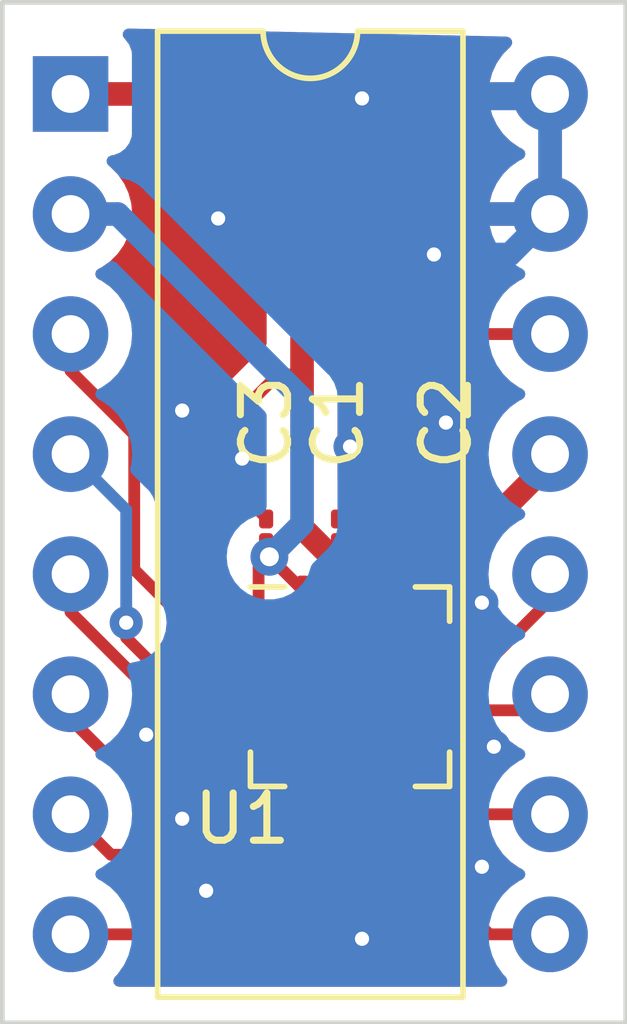
<source format=kicad_pcb>
(kicad_pcb (version 20221018) (generator pcbnew)
  (layers (0 "F.Cu" signal) (31 "B.Cu" signal) (34 "B.Paste" user) (35 "F.Paste" user) (36 "B.SilkS" user "B.Silkscreen") (37 "F.SilkS" user "F.Silkscreen") (38 "B.Mask" user) (39 "F.Mask" user) (44 "Edge.Cuts" user))
  (net 0 "")
  (net 1 "IN")
  (net 2 "Earth")
  (net 3 "VBAT")
  (net 4 "OUT")
  (net 5 "CE")
  (net 6 "PGM1")
  (net 7 "PGM3")
  (net 8 "VSS")
  (net 9 "TH")
  (net 10 "STAT1")
  (net 11 "STAT2")
  (net 12 "PG")
  (net 13 "THERM")
  (net 14 "PGM2")
  (net 15 "SEL")
  (footprint "Capacitor_SMD:C_01005_0402Metric" (layer "F.Cu") (at 169.672 81.538 90)
    (fp_text reference "C1" (at 2.29 0 90) (layer "F.SilkS"))
    (fp_text value "10μF")
    (pad "1" smd roundrect (at -0.25 0 90) (size 0.4 0.3) (layers "F.Cu" "F.Mask") (net 1 "IN"))
    (pad "2" smd roundrect (at 0.25 0 90) (size 0.4 0.3) (layers "F.Cu" "F.Mask") (net 2 "Earth"))
  )
  (footprint "Capacitor_SMD:C_01005_0402Metric" (layer "F.Cu") (at 168.148 81.538 90)
    (fp_text reference "C3" (at 2.29 0 90) (layer "F.SilkS"))
    (fp_text value "4.7μF")
    (pad "1" smd roundrect (at -0.25 0 90) (size 0.4 0.3) (layers "F.Cu" "F.Mask") (net 4 "OUT"))
    (pad "2" smd roundrect (at 0.25 0 90) (size 0.4 0.3) (layers "F.Cu" "F.Mask") (net 2 "Earth"))
  )
  (footprint "Capacitor_SMD:C_01005_0402Metric" (layer "F.Cu") (at 171.958 81.534 90)
    (fp_text reference "C2" (at 2.286 0 90) (layer "F.SilkS"))
    (fp_text value "4.7μF")
    (pad "1" smd roundrect (at -0.25 0 90) (size 0.4 0.3) (layers "F.Cu" "F.Mask") (net 3 "VBAT"))
    (pad "2" smd roundrect (at 0.25 0 90) (size 0.4 0.3) (layers "F.Cu" "F.Mask") (net 2 "Earth"))
  )
  (footprint "Package_DIP:DIP-16_W10.16mm" (layer "F.Cu") (at 164.0045 72.296)
    (fp_text reference "J1" hide)
    (fp_text value "Conn_02x08_Counter_Clockwise" hide)
    (fp_line (start 1.845 -1.33) (end 1.845 19.11) (stroke (width 0.12)) (layer "F.SilkS"))
    (fp_line (start 1.845 19.11) (end 8.315 19.11) (stroke (width 0.12)) (layer "F.SilkS"))
    (fp_line (start 4.08 -1.33) (end 1.845 -1.33) (stroke (width 0.12)) (layer "F.SilkS"))
    (fp_line (start 8.315 -1.33) (end 6.08 -1.33) (stroke (width 0.12)) (layer "F.SilkS"))
    (fp_line (start 8.315 19.11) (end 8.315 -1.33) (stroke (width 0.12)) (layer "F.SilkS"))
    (fp_arc (start 6.08 -1.33) (mid 5.08 -0.33) (end 4.08 -1.33) (stroke (width 0.12)) (layer "F.SilkS"))
    (pad "1" thru_hole rect (at 0 0) (size 1.6 1.6) (drill 0.8) (layers "*.Cu" "*.Mask") (net 1 "IN"))
    (pad "2" thru_hole oval (at 0 2.54) (size 1.6 1.6) (drill 0.8) (layers "*.Cu" "*.Mask") (net 4 "OUT"))
    (pad "3" thru_hole oval (at 0 5.08) (size 1.6 1.6) (drill 0.8) (layers "*.Cu" "*.Mask") (net 15 "SEL"))
    (pad "4" thru_hole oval (at 0 7.62) (size 1.6 1.6) (drill 0.8) (layers "*.Cu" "*.Mask") (net 14 "PGM2"))
    (pad "5" thru_hole oval (at 0 10.16) (size 1.6 1.6) (drill 0.8) (layers "*.Cu" "*.Mask") (net 13 "THERM"))
    (pad "6" thru_hole oval (at 0 12.7) (size 1.6 1.6) (drill 0.8) (layers "*.Cu" "*.Mask") (net 12 "PG"))
    (pad "7" thru_hole oval (at 0 15.24) (size 1.6 1.6) (drill 0.8) (layers "*.Cu" "*.Mask") (net 11 "STAT2"))
    (pad "8" thru_hole oval (at 0 17.78) (size 1.6 1.6) (drill 0.8) (layers "*.Cu" "*.Mask") (net 10 "STAT1"))
    (pad "9" thru_hole oval (at 10.16 17.78) (size 1.6 1.6) (drill 0.8) (layers "*.Cu" "*.Mask") (net 9 "TH"))
    (pad "10" thru_hole oval (at 10.16 15.24) (size 1.6 1.6) (drill 0.8) (layers "*.Cu" "*.Mask") (net 8 "VSS"))
    (pad "11" thru_hole oval (at 10.16 12.7) (size 1.6 1.6) (drill 0.8) (layers "*.Cu" "*.Mask") (net 7 "PGM3"))
    (pad "12" thru_hole oval (at 10.16 10.16) (size 1.6 1.6) (drill 0.8) (layers "*.Cu" "*.Mask") (net 6 "PGM1"))
    (pad "13" thru_hole oval (at 10.16 7.62) (size 1.6 1.6) (drill 0.8) (layers "*.Cu" "*.Mask") (net 3 "VBAT"))
    (pad "14" thru_hole oval (at 10.16 5.08) (size 1.6 1.6) (drill 0.8) (layers "*.Cu" "*.Mask") (net 5 "CE"))
    (pad "15" thru_hole oval (at 10.16 2.54) (size 1.6 1.6) (drill 0.8) (layers "*.Cu" "*.Mask") (net 2 "Earth"))
    (pad "16" thru_hole oval (at 10.16 0) (size 1.6 1.6) (drill 0.8) (layers "*.Cu" "*.Mask") (net 2 "Earth"))
  )
  (footprint "Package_DFN_QFN:QFN-20-1EP_4x4mm_P0.5mm_EP2.5x2.5mm" (layer "F.Cu") (at 169.926 84.836)
    (fp_text reference "U1" (at -2.286 2.794) (layer "F.SilkS"))
    (fp_text value "MCP73871-1CC" hide)
    (fp_line (start -2.11 2.11) (end -2.11 1.385) (stroke (width 0.12)) (layer "F.SilkS"))
    (fp_line (start -1.385 -2.11) (end -2.11 -2.11) (stroke (width 0.12)) (layer "F.SilkS"))
    (fp_line (start -1.385 2.11) (end -2.11 2.11) (stroke (width 0.12)) (layer "F.SilkS"))
    (fp_line (start 1.385 -2.11) (end 2.11 -2.11) (stroke (width 0.12)) (layer "F.SilkS"))
    (fp_line (start 1.385 2.11) (end 2.11 2.11) (stroke (width 0.12)) (layer "F.SilkS"))
    (fp_line (start 2.11 -2.11) (end 2.11 -1.385) (stroke (width 0.12)) (layer "F.SilkS"))
    (fp_line (start 2.11 2.11) (end 2.11 1.385) (stroke (width 0.12)) (layer "F.SilkS"))
    (pad "1" smd roundrect (at -1.9375 -1) (size 0.825 0.25) (layers "F.Cu" "F.Paste" "F.Mask") (net 4 "OUT"))
    (pad "2" smd roundrect (at -1.9375 -0.5) (size 0.825 0.25) (layers "F.Cu" "F.Paste" "F.Mask") (net 1 "IN"))
    (pad "3" smd roundrect (at -1.9375 0) (size 0.825 0.25) (layers "F.Cu" "F.Paste" "F.Mask") (net 15 "SEL"))
    (pad "4" smd roundrect (at -1.9375 0.5) (size 0.825 0.25) (layers "F.Cu" "F.Paste" "F.Mask") (net 14 "PGM2"))
    (pad "5" smd roundrect (at -1.9375 1) (size 0.825 0.25) (layers "F.Cu" "F.Paste" "F.Mask") (net 13 "THERM"))
    (pad "6" smd roundrect (at -1 1.9375) (size 0.25 0.825) (layers "F.Cu" "F.Paste" "F.Mask") (net 12 "PG"))
    (pad "7" smd roundrect (at -0.5 1.9375) (size 0.25 0.825) (layers "F.Cu" "F.Paste" "F.Mask") (net 11 "STAT2"))
    (pad "8" smd roundrect (at 0 1.9375) (size 0.25 0.825) (layers "F.Cu" "F.Paste" "F.Mask") (net 10 "STAT1"))
    (pad "9" smd roundrect (at 0.5 1.9375) (size 0.25 0.825) (layers "F.Cu" "F.Paste" "F.Mask") (net 9 "TH"))
    (pad "10" smd roundrect (at 1 1.9375) (size 0.25 0.825) (layers "F.Cu" "F.Paste" "F.Mask") (net 8 "VSS"))
    (pad "11" smd roundrect (at 1.9375 1) (size 0.825 0.25) (layers "F.Cu" "F.Paste" "F.Mask") (net 8 "VSS"))
    (pad "12" smd roundrect (at 1.9375 0.5) (size 0.825 0.25) (layers "F.Cu" "F.Paste" "F.Mask") (net 7 "PGM3"))
    (pad "13" smd roundrect (at 1.9375 0) (size 0.825 0.25) (layers "F.Cu" "F.Paste" "F.Mask") (net 6 "PGM1"))
    (pad "14" smd roundrect (at 1.9375 -0.5) (size 0.825 0.25) (layers "F.Cu" "F.Paste" "F.Mask") (net 3 "VBAT"))
    (pad "15" smd roundrect (at 1.9375 -1) (size 0.825 0.25) (layers "F.Cu" "F.Paste" "F.Mask") (net 3 "VBAT"))
    (pad "16" smd roundrect (at 1 -1.9375) (size 0.25 0.825) (layers "F.Cu" "F.Paste" "F.Mask") (net 3 "VBAT"))
    (pad "17" smd roundrect (at 0.5 -1.9375) (size 0.25 0.825) (layers "F.Cu" "F.Paste" "F.Mask") (net 5 "CE"))
    (pad "18" smd roundrect (at 0 -1.9375) (size 0.25 0.825) (layers "F.Cu" "F.Paste" "F.Mask") (net 1 "IN"))
    (pad "19" smd roundrect (at -0.5 -1.9375) (size 0.25 0.825) (layers "F.Cu" "F.Paste" "F.Mask") (net 1 "IN"))
    (pad "20" smd roundrect (at -1 -1.9375) (size 0.25 0.825) (layers "F.Cu" "F.Paste" "F.Mask") (net 4 "OUT"))
    (pad "21" smd rect (at 0 0) (size 2.5 2.5) (layers "F.Cu" "F.Mask") (net 8 "VSS"))
  )
  (gr_line (start 162.56 91.948) (end 175.768 91.948) (stroke (width 0.1)) (layer "Edge.Cuts"))
  (gr_line (start 175.768 91.948) (end 175.768 70.358) (stroke (width 0.1)) (layer "Edge.Cuts"))
  (gr_line (start 162.56 70.358) (end 162.56 91.948) (stroke (width 0.1)) (layer "Edge.Cuts"))
  (gr_line (start 175.768 70.358) (end 162.56 70.358) (stroke (width 0.1)) (layer "Edge.Cuts"))
  (segment (start 169.697 81.813) (end 169.672 81.813) (width 0.25) (layer "F.Cu") (net 1))
  (segment (start 169.926 82.042) (end 169.697 81.813) (width 0.25) (layer "F.Cu") (net 1))
  (segment (start 169.926 82.8985) (end 169.926 82.042) (width 0.25) (layer "F.Cu") (net 1))
  (segment (start 164.0045 72.296) (end 166.53 72.296) (width 0.5) (layer "F.Cu") (net 1))
  (segment (start 167.527992 84.336) (end 166.878 83.686008) (width 0.25) (layer "F.Cu") (net 1))
  (segment (start 169.426 82.059) (end 169.426 82.8985) (width 0.25) (layer "F.Cu") (net 1))
  (segment (start 168.91 74.676) (end 168.91 78.232) (width 0.5) (layer "F.Cu") (net 1))
  (segment (start 166.878 83.686008) (end 166.878 79.756) (width 0.25) (layer "F.Cu") (net 1))
  (segment (start 169.672 81.813) (end 169.426 82.059) (width 0.25) (layer "F.Cu") (net 1))
  (segment (start 168.91 79.502) (end 168.91 81.468462) (width 0.5) (layer "F.Cu") (net 1))
  (segment (start 168.91 81.468462) (end 169.379538 81.938) (width 0.5) (layer "F.Cu") (net 1))
  (segment (start 168.91 78.232) (end 168.91 79.502) (width 0.5) (layer "F.Cu") (net 1))
  (segment (start 167.9885 84.336) (end 167.527992 84.336) (width 0.25) (layer "F.Cu") (net 1))
  (segment (start 166.53 72.296) (end 168.91 74.676) (width 0.5) (layer "F.Cu") (net 1))
  (segment (start 166.878 79.756) (end 168.402 78.232) (width 0.25) (layer "F.Cu") (net 1))
  (segment (start 168.402 78.232) (end 168.91 78.232) (width 0.25) (layer "F.Cu") (net 1))
  (segment (start 167.64 80.01) (end 167.64 80.755) (width 0.25) (layer "F.Cu") (net 2))
  (segment (start 166.37 78.994) (end 166.37 75.692) (width 0.5) (layer "F.Cu") (net 2))
  (segment (start 171.958 79.248) (end 171.958 81.259) (width 0.25) (layer "F.Cu") (net 2))
  (segment (start 169.926 81.034) (end 169.697 81.263) (width 0.25) (layer "F.Cu") (net 2))
  (segment (start 169.697 81.263) (end 169.672 81.263) (width 0.25) (layer "F.Cu") (net 2))
  (segment (start 167.64 80.755) (end 168.148 81.263) (width 0.25) (layer "F.Cu") (net 2))
  (segment (start 169.926 79.756) (end 169.926 81.034) (width 0.25) (layer "F.Cu") (net 2))
  (segment (start 166.37 75.692) (end 167.132 74.93) (width 0.5) (layer "F.Cu") (net 2))
  (via (at 172.974 86.106) (size 0.7) (drill 0.3) (layers "F.Cu" "B.Cu") (net 2))
  (via (at 169.926 79.756) (size 0.7) (drill 0.3) (layers "F.Cu" "B.Cu") (net 2))
  (via (at 165.608 85.852) (size 0.7) (drill 0.3) (layers "F.Cu" "B.Cu") (net 2))
  (via (at 170.18 72.39) (size 0.7) (drill 0.3) (layers "F.Cu" "B.Cu") (net 2))
  (via (at 172.72 88.646) (size 0.7) (drill 0.3) (layers "F.Cu" "B.Cu") (net 2))
  (via (at 166.878 89.154) (size 0.7) (drill 0.3) (layers "F.Cu" "B.Cu") (net 2))
  (via (at 171.958 79.248) (size 0.7) (drill 0.3) (layers "F.Cu" "B.Cu") (net 2))
  (via (at 172.72 83.058) (size 0.7) (drill 0.3) (layers "F.Cu" "B.Cu") (net 2))
  (via (at 166.37 87.63) (size 0.7) (drill 0.3) (layers "F.Cu" "B.Cu") (net 2))
  (via (at 167.64 80.01) (size 0.7) (drill 0.3) (layers "F.Cu" "B.Cu") (net 2))
  (via (at 171.704 75.692) (size 0.7) (drill 0.3) (layers "F.Cu" "B.Cu") (net 2))
  (via (at 166.37 78.994) (size 0.7) (drill 0.3) (layers "F.Cu" "B.Cu") (net 2))
  (via (at 170.18 90.17) (size 0.7) (drill 0.3) (layers "F.Cu" "B.Cu") (net 2))
  (via (at 167.132 74.93) (size 0.7) (drill 0.3) (layers "F.Cu" "B.Cu") (net 2))
  (segment (start 171.704 78.994) (end 171.958 79.248) (width 0.5) (layer "B.Cu") (net 2))
  (segment (start 171.704 75.692) (end 173.3085 75.692) (width 0.5) (layer "B.Cu") (net 2))
  (segment (start 173.3085 75.692) (end 174.1645 74.836) (width 0.5) (layer "B.Cu") (net 2))
  (segment (start 169.926 79.756) (end 169.926 77.47) (width 0.25) (layer "B.Cu") (net 2))
  (segment (start 171.704 75.692) (end 171.704 78.994) (width 0.5) (layer "B.Cu") (net 2))
  (segment (start 169.926 77.47) (end 171.704 75.692) (width 0.25) (layer "B.Cu") (net 2))
  (segment (start 174.0705 72.39) (end 174.1645 72.296) (width 0.5) (layer "B.Cu") (net 2))
  (segment (start 166.37 78.994) (end 166.624 78.994) (width 0.5) (layer "B.Cu") (net 2))
  (segment (start 166.624 78.994) (end 167.64 80.01) (width 0.5) (layer "B.Cu") (net 2))
  (segment (start 170.18 72.39) (end 174.0705 72.39) (width 0.5) (layer "B.Cu") (net 2))
  (segment (start 167.64 74.93) (end 170.18 72.39) (width 0.5) (layer "B.Cu") (net 2))
  (segment (start 174.1645 72.296) (end 174.1645 74.836) (width 0.5) (layer "B.Cu") (net 2))
  (segment (start 167.132 74.93) (end 167.64 74.93) (width 0.5) (layer "B.Cu") (net 2))
  (segment (start 172.32 81.934) (end 171.958 81.934) (width 0.5) (layer "F.Cu") (net 3))
  (segment (start 171.8635 83.836) (end 171.8635 81.9035) (width 0.25) (layer "F.Cu") (net 3))
  (segment (start 170.926 82.8985) (end 171.958 81.8665) (width 0.25) (layer "F.Cu") (net 3))
  (segment (start 171.8635 84.336) (end 171.8635 83.836) (width 0.25) (layer "F.Cu") (net 3))
  (segment (start 171.958 81.8665) (end 171.958 81.809) (width 0.25) (layer "F.Cu") (net 3))
  (segment (start 171.8635 81.9035) (end 171.958 81.809) (width 0.25) (layer "F.Cu") (net 3))
  (segment (start 174.1645 79.916) (end 174.1645 80.0895) (width 0.5) (layer "F.Cu") (net 3))
  (segment (start 174.1645 80.0895) (end 172.32 81.934) (width 0.5) (layer "F.Cu") (net 3))
  (segment (start 167.9885 82.316704) (end 168.217704 82.0875) (width 0.25) (layer "F.Cu") (net 4))
  (segment (start 167.9885 83.836) (end 167.9885 82.316704) (width 0.25) (layer "F.Cu") (net 4))
  (segment (start 168.926 82.795796) (end 168.217704 82.0875) (width 0.25) (layer "F.Cu") (net 4))
  (segment (start 168.926 82.8985) (end 168.926 82.795796) (width 0.25) (layer "F.Cu") (net 4))
  (segment (start 168.217704 82.0875) (end 168.217704 81.857704) (width 0.25) (layer "F.Cu") (net 4))
  (segment (start 168.173 81.813) (end 168.148 81.813) (width 0.25) (layer "F.Cu") (net 4))
  (segment (start 168.217704 81.857704) (end 168.173 81.813) (width 0.25) (layer "F.Cu") (net 4))
  (via (at 168.217704 82.0875) (size 0.8) (drill 0.4) (layers "F.Cu" "B.Cu") (net 4))
  (segment (start 168.91 81.395204) (end 168.91 78.74) (width 0.5) (layer "B.Cu") (net 4))
  (segment (start 168.217704 82.0875) (end 168.91 81.395204) (width 0.5) (layer "B.Cu") (net 4))
  (segment (start 168.91 78.74) (end 165.006 74.836) (width 0.5) (layer "B.Cu") (net 4))
  (segment (start 165.006 74.836) (end 164.0045 74.836) (width 0.5) (layer "B.Cu") (net 4))
  (segment (start 170.426 82.437992) (end 170.688 82.175992) (width 0.25) (layer "F.Cu") (net 5))
  (segment (start 170.688 82.175992) (end 170.688 78.74) (width 0.25) (layer "F.Cu") (net 5))
  (segment (start 170.688 78.74) (end 172.052 77.376) (width 0.25) (layer "F.Cu") (net 5))
  (segment (start 170.426 82.8985) (end 170.426 82.437992) (width 0.25) (layer "F.Cu") (net 5))
  (segment (start 172.052 77.376) (end 174.1645 77.376) (width 0.25) (layer "F.Cu") (net 5))
  (segment (start 174.1645 82.995508) (end 174.1645 82.456) (width 0.25) (layer "F.Cu") (net 6))
  (segment (start 171.8635 84.836) (end 172.324008 84.836) (width 0.25) (layer "F.Cu") (net 6))
  (segment (start 172.324008 84.836) (end 174.1645 82.995508) (width 0.25) (layer "F.Cu") (net 6))
  (segment (start 173.8245 85.336) (end 174.1645 84.996) (width 0.25) (layer "F.Cu") (net 7))
  (segment (start 171.8635 85.336) (end 173.8245 85.336) (width 0.25) (layer "F.Cu") (net 7))
  (segment (start 170.926 85.836) (end 169.926 84.836) (width 0.25) (layer "F.Cu") (net 8))
  (segment (start 171.8635 86.7735) (end 171.958 86.868) (width 0.25) (layer "F.Cu") (net 8))
  (segment (start 170.926 86.7735) (end 171.8635 86.7735) (width 0.25) (layer "F.Cu") (net 8))
  (segment (start 171.8635 85.836) (end 171.8635 86.7735) (width 0.25) (layer "F.Cu") (net 8))
  (segment (start 170.926 86.7735) (end 170.926 85.836) (width 0.25) (layer "F.Cu") (net 8))
  (segment (start 171.8635 85.836) (end 170.926 85.836) (width 0.25) (layer "F.Cu") (net 8))
  (segment (start 171.958 86.868) (end 172.626 87.536) (width 0.25) (layer "F.Cu") (net 8))
  (segment (start 172.626 87.536) (end 174.1645 87.536) (width 0.25) (layer "F.Cu") (net 8))
  (segment (start 170.426 87.622) (end 172.88 90.076) (width 0.25) (layer "F.Cu") (net 9))
  (segment (start 172.88 90.076) (end 174.1645 90.076) (width 0.25) (layer "F.Cu") (net 9))
  (segment (start 170.426 86.7735) (end 170.426 87.622) (width 0.25) (layer "F.Cu") (net 9))
  (segment (start 169.926 88.9) (end 168.75 90.076) (width 0.25) (layer "F.Cu") (net 10))
  (segment (start 169.926 86.7735) (end 169.926 88.9) (width 0.25) (layer "F.Cu") (net 10))
  (segment (start 168.75 90.076) (end 164.0045 90.076) (width 0.25) (layer "F.Cu") (net 10))
  (segment (start 168.268008 88.392) (end 164.8605 88.392) (width 0.25) (layer "F.Cu") (net 11))
  (segment (start 169.426 86.7735) (end 169.426 87.234008) (width 0.25) (layer "F.Cu") (net 11))
  (segment (start 164.8605 88.392) (end 164.0045 87.536) (width 0.25) (layer "F.Cu") (net 11))
  (segment (start 169.426 87.234008) (end 168.268008 88.392) (width 0.25) (layer "F.Cu") (net 11))
  (segment (start 165.2595 86.7735) (end 168.926 86.7735) (width 0.25) (layer "F.Cu") (net 12))
  (segment (start 164.0045 85.5185) (end 165.2595 86.7735) (width 0.25) (layer "F.Cu") (net 12))
  (segment (start 164.0045 84.996) (end 164.0045 85.5185) (width 0.25) (layer "F.Cu") (net 12))
  (segment (start 164.0045 82.456) (end 164.3445 82.796) (width 0.25) (layer "F.Cu") (net 13))
  (segment (start 164.0045 82.456) (end 164.0045 83.256) (width 0.25) (layer "F.Cu") (net 13))
  (segment (start 166.5845 85.836) (end 167.9885 85.836) (width 0.25) (layer "F.Cu") (net 13))
  (segment (start 164.0045 83.256) (end 166.5845 85.836) (width 0.25) (layer "F.Cu") (net 13))
  (segment (start 166.720896 85.336) (end 167.9885 85.336) (width 0.25) (layer "F.Cu") (net 14))
  (segment (start 165.184194 83.799298) (end 166.720896 85.336) (width 0.25) (layer "F.Cu") (net 14))
  (segment (start 165.184194 83.481806) (end 165.184194 83.799298) (width 0.25) (layer "F.Cu") (net 14))
  (segment (start 164.0045 79.9305) (end 164.0045 79.916) (width 0.25) (layer "F.Cu") (net 14))
  (via (at 165.184194 83.481806) (size 0.7) (drill 0.3) (layers "F.Cu" "B.Cu") (net 14))
  (segment (start 165.184194 81.095694) (end 164.0045 79.916) (width 0.25) (layer "B.Cu") (net 14))
  (segment (start 165.184194 83.481806) (end 165.184194 81.095694) (width 0.25) (layer "B.Cu") (net 14))
  (segment (start 166.37 83.373405) (end 166.37 83.82) (width 0.25) (layer "F.Cu") (net 15))
  (segment (start 165.354 79.502) (end 165.354 82.357405) (width 0.25) (layer "F.Cu") (net 15))
  (segment (start 166.37 83.82) (end 167.386 84.836) (width 0.25) (layer "F.Cu") (net 15))
  (segment (start 164.0045 78.1525) (end 165.354 79.502) (width 0.25) (layer "F.Cu") (net 15))
  (segment (start 165.354 82.357405) (end 166.37 83.373405) (width 0.25) (layer "F.Cu") (net 15))
  (segment (start 167.386 84.836) (end 167.9885 84.836) (width 0.25) (layer "F.Cu") (net 15))
  (segment (start 164.0045 77.376) (end 164.0045 78.1525) (width 0.25) (layer "F.Cu") (net 15))
  (zone (net 2) (net_name "Earth") (layers "F&B.Cu") (priority 1) (connect_pads (clearance 0.5)) (min_thickness 0.25) (fill yes (thermal_gap 0.5) (thermal_bridge_width 0.5))
    (polygon (pts (xy 163.068 70.866) (xy 163.068 91.186) (xy 175.006 91.186) (xy 175.006 71.12)))
  )
)
</source>
